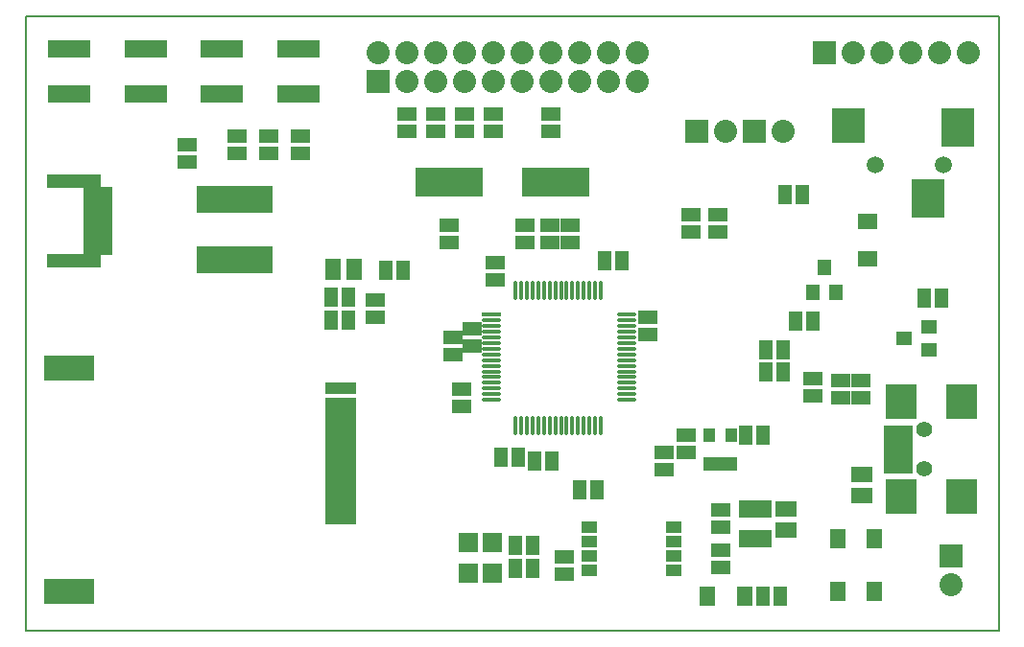
<source format=gts>
G04 (created by PCBNEW (2013-may-18)-stable) date So 27 Okt 2013 12:43:41 CET*
%MOIN*%
G04 Gerber Fmt 3.4, Leading zero omitted, Abs format*
%FSLAX34Y34*%
G01*
G70*
G90*
G04 APERTURE LIST*
%ADD10C,0.00590551*%
%ADD11C,0.008*%
%ADD12R,0.045X0.065*%
%ADD13R,0.065X0.045*%
%ADD14R,0.055X0.075*%
%ADD15R,0.075X0.055*%
%ADD16R,0.066X0.0158*%
%ADD17O,0.066X0.0158*%
%ADD18O,0.0158X0.066*%
%ADD19R,0.08X0.08*%
%ADD20C,0.08*%
%ADD21R,0.0515X0.0554*%
%ADD22R,0.0554X0.0515*%
%ADD23R,0.146X0.0594*%
%ADD24C,0.0554*%
%ADD25R,0.0987X0.0397*%
%ADD26R,0.1066X0.1184*%
%ADD27R,0.1106X0.0594*%
%ADD28R,0.1106X0.0397*%
%ADD29R,0.1775X0.0869*%
%ADD30R,0.036X0.0948*%
%ADD31R,0.0436X0.0633*%
%ADD32R,0.0579X0.0397*%
%ADD33R,0.0672X0.0672*%
%ADD34R,0.1145X0.1361*%
%ADD35R,0.1145X0.1243*%
%ADD36C,0.0594*%
%ADD37R,0.2365X0.0987*%
%ADD38R,0.0987X0.0436*%
%ADD39R,0.1854X0.0476*%
%ADD40R,0.0558X0.068*%
%ADD41R,0.068X0.0558*%
%ADD42R,0.04X0.05*%
G04 APERTURE END LIST*
G54D10*
G54D11*
X14450Y-56300D02*
X14450Y-34950D01*
X48250Y-56300D02*
X14450Y-56300D01*
X48250Y-34950D02*
X48250Y-56300D01*
X15250Y-34950D02*
X48250Y-34950D01*
X14450Y-34950D02*
X15250Y-34950D01*
G54D12*
X33687Y-51400D03*
X34287Y-51400D03*
X41795Y-45537D03*
X41195Y-45537D03*
X32050Y-53350D03*
X31450Y-53350D03*
X32050Y-54150D03*
X31450Y-54150D03*
X40841Y-41141D03*
X41441Y-41141D03*
X25050Y-44700D03*
X25650Y-44700D03*
X40150Y-46550D03*
X40750Y-46550D03*
X40150Y-47300D03*
X40750Y-47300D03*
G54D13*
X32700Y-38350D03*
X32700Y-38950D03*
X30700Y-38350D03*
X30700Y-38950D03*
X29700Y-38350D03*
X29700Y-38950D03*
X28700Y-38350D03*
X28700Y-38950D03*
X27700Y-38350D03*
X27700Y-38950D03*
X42750Y-48200D03*
X42750Y-47600D03*
X43450Y-48200D03*
X43450Y-47600D03*
G54D12*
X46250Y-44750D03*
X45650Y-44750D03*
X27551Y-43763D03*
X26951Y-43763D03*
G54D13*
X38600Y-52100D03*
X38600Y-52700D03*
X38600Y-54100D03*
X38600Y-53500D03*
G54D12*
X34550Y-43450D03*
X35150Y-43450D03*
X32725Y-50400D03*
X32125Y-50400D03*
G54D13*
X29150Y-42200D03*
X29150Y-42800D03*
X31800Y-42800D03*
X31800Y-42200D03*
X29600Y-47900D03*
X29600Y-48500D03*
X30750Y-44100D03*
X30750Y-43500D03*
X38500Y-42450D03*
X38500Y-41850D03*
X29300Y-46700D03*
X29300Y-46100D03*
X37550Y-42450D03*
X37550Y-41850D03*
G54D12*
X25650Y-45500D03*
X25050Y-45500D03*
G54D13*
X33350Y-42800D03*
X33350Y-42200D03*
X36050Y-46025D03*
X36050Y-45425D03*
X26600Y-45400D03*
X26600Y-44800D03*
X41800Y-48150D03*
X41800Y-47550D03*
G54D12*
X31550Y-50275D03*
X30950Y-50275D03*
G54D13*
X32647Y-42804D03*
X32647Y-42204D03*
X29950Y-46400D03*
X29950Y-45800D03*
G54D14*
X25870Y-43753D03*
X25120Y-43753D03*
G54D15*
X43500Y-50875D03*
X43500Y-51625D03*
G54D16*
X30639Y-45324D03*
G54D17*
X30639Y-45521D03*
X30639Y-45718D03*
X30639Y-45915D03*
X30639Y-46112D03*
X30639Y-46308D03*
X30639Y-46505D03*
X30639Y-46702D03*
X30639Y-46899D03*
X30639Y-47096D03*
X30639Y-47293D03*
X30639Y-47489D03*
X30639Y-47686D03*
X30639Y-47883D03*
X30639Y-48080D03*
X30639Y-48277D03*
G54D18*
X31474Y-49175D03*
X31671Y-49175D03*
X31868Y-49175D03*
X32065Y-49175D03*
X32262Y-49175D03*
X32458Y-49175D03*
X32655Y-49175D03*
X32852Y-49175D03*
X33049Y-49175D03*
X33246Y-49175D03*
X33443Y-49175D03*
X33639Y-49175D03*
X33836Y-49175D03*
X34033Y-49175D03*
X34230Y-49175D03*
X34427Y-49175D03*
G54D17*
X35325Y-48277D03*
X35325Y-48080D03*
X35325Y-47883D03*
X35325Y-47686D03*
X35325Y-47489D03*
X35325Y-47293D03*
X35325Y-47096D03*
X35325Y-46899D03*
X35325Y-46702D03*
X35325Y-46505D03*
X35325Y-46308D03*
X35325Y-46112D03*
X35325Y-45915D03*
X35325Y-45718D03*
X35325Y-45521D03*
X35325Y-45324D03*
G54D18*
X34427Y-44489D03*
X34230Y-44489D03*
X33836Y-44489D03*
X34033Y-44482D03*
X33639Y-44489D03*
X33443Y-44489D03*
X33246Y-44489D03*
X33049Y-44489D03*
X32852Y-44489D03*
X32655Y-44489D03*
X32461Y-44489D03*
X32264Y-44489D03*
X32067Y-44489D03*
X31870Y-44489D03*
X31674Y-44489D03*
X31477Y-44489D03*
G54D19*
X42200Y-36200D03*
G54D20*
X43200Y-36200D03*
X44200Y-36200D03*
X45200Y-36200D03*
X46200Y-36200D03*
X47200Y-36200D03*
G54D21*
X41806Y-44533D03*
X42594Y-44533D03*
X42200Y-43667D03*
G54D22*
X45833Y-46544D03*
X45833Y-45756D03*
X44967Y-46150D03*
G54D23*
X18639Y-36063D03*
X18639Y-37637D03*
X15961Y-37637D03*
X15961Y-36063D03*
X23939Y-36063D03*
X23939Y-37637D03*
X21261Y-37637D03*
X21261Y-36063D03*
G54D24*
X45650Y-50689D03*
X45650Y-49311D03*
G54D25*
X44764Y-50315D03*
X44764Y-50000D03*
X44764Y-49685D03*
X44764Y-49370D03*
X44764Y-50630D03*
G54D26*
X44863Y-51654D03*
X44863Y-48346D03*
X46949Y-51654D03*
X46949Y-48346D03*
G54D27*
X25403Y-52294D03*
X25403Y-51794D03*
X25403Y-50794D03*
X25403Y-51294D03*
X25403Y-50294D03*
X25403Y-49794D03*
X25403Y-49294D03*
X25403Y-48794D03*
G54D28*
X25403Y-48400D03*
X25403Y-47889D03*
G54D29*
X15954Y-47172D03*
X15954Y-54928D03*
G54D30*
X22850Y-41300D03*
X22600Y-41300D03*
X22340Y-41300D03*
X22080Y-41300D03*
X21830Y-41300D03*
X21570Y-41300D03*
X21310Y-41300D03*
X21060Y-41300D03*
X20800Y-41300D03*
X20550Y-41300D03*
X20550Y-43400D03*
X20800Y-43400D03*
X21060Y-43400D03*
X21310Y-43400D03*
X21570Y-43400D03*
X21830Y-43400D03*
X22080Y-43400D03*
X22340Y-43400D03*
X22600Y-43400D03*
X22850Y-43400D03*
G54D12*
X40050Y-49500D03*
X39450Y-49500D03*
G54D13*
X24000Y-39100D03*
X24000Y-39700D03*
X22900Y-39700D03*
X22900Y-39100D03*
X21800Y-39100D03*
X21800Y-39700D03*
X37401Y-49503D03*
X37401Y-50103D03*
G54D31*
X39426Y-53112D03*
X39800Y-53112D03*
X40174Y-53112D03*
X39426Y-52088D03*
X39800Y-52088D03*
X40174Y-52088D03*
G54D19*
X46600Y-53700D03*
G54D20*
X46600Y-54700D03*
G54D32*
X36955Y-52700D03*
X36955Y-54200D03*
X36955Y-53700D03*
X36955Y-53200D03*
X34045Y-54200D03*
X34045Y-53700D03*
X34046Y-53200D03*
X34045Y-52700D03*
G54D33*
X30663Y-53250D03*
X29837Y-53250D03*
X30663Y-54300D03*
X29837Y-54300D03*
G54D19*
X26700Y-37200D03*
G54D20*
X26700Y-36200D03*
X27700Y-37200D03*
X27700Y-36200D03*
X28700Y-37200D03*
X28700Y-36200D03*
X29700Y-37200D03*
X29700Y-36200D03*
X30700Y-37200D03*
X30700Y-36200D03*
X31700Y-37200D03*
X31700Y-36200D03*
X32700Y-37200D03*
X32700Y-36200D03*
X33700Y-37200D03*
X33700Y-36200D03*
X34700Y-37200D03*
X34700Y-36200D03*
X35700Y-37200D03*
X35700Y-36200D03*
G54D19*
X37750Y-38950D03*
G54D20*
X38750Y-38950D03*
G54D19*
X39750Y-38950D03*
G54D20*
X40750Y-38950D03*
G54D34*
X46843Y-38811D03*
X45780Y-41281D03*
G54D35*
X43024Y-38752D03*
G54D36*
X46331Y-40100D03*
X43969Y-40100D03*
G54D37*
X32850Y-40700D03*
X29150Y-40700D03*
G54D13*
X33178Y-53736D03*
X33178Y-54336D03*
G54D38*
X16947Y-41066D03*
X16947Y-41459D03*
X16947Y-41853D03*
X16947Y-42247D03*
X16947Y-42641D03*
X16947Y-43034D03*
G54D39*
X16120Y-40672D03*
X16120Y-43428D03*
G54D15*
X40850Y-52075D03*
X40850Y-52825D03*
G54D13*
X20050Y-39400D03*
X20050Y-40000D03*
G54D40*
X39424Y-55118D03*
X38134Y-55118D03*
G54D12*
X40054Y-55118D03*
X40654Y-55118D03*
G54D13*
X36614Y-50093D03*
X36614Y-50693D03*
G54D41*
X43700Y-43361D03*
X43700Y-42071D03*
G54D40*
X43945Y-53100D03*
X42655Y-53100D03*
X43945Y-54950D03*
X42655Y-54950D03*
G54D42*
X38207Y-50500D03*
X38957Y-50500D03*
X38207Y-49500D03*
X38582Y-50500D03*
X38957Y-49500D03*
M02*

</source>
